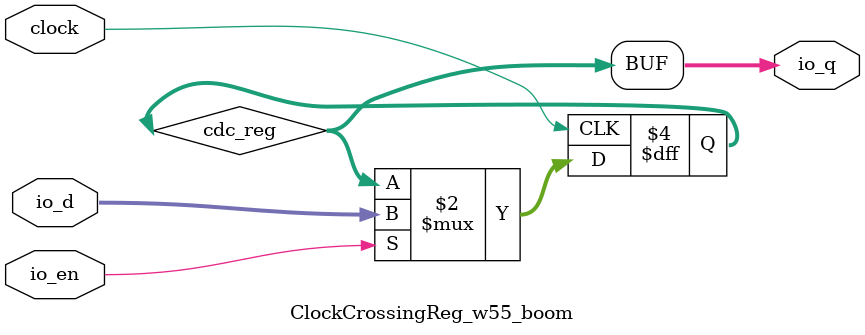
<source format=sv>
`ifndef RANDOMIZE
  `ifdef RANDOMIZE_REG_INIT
    `define RANDOMIZE
  `endif // RANDOMIZE_REG_INIT
`endif // not def RANDOMIZE
`ifndef RANDOMIZE
  `ifdef RANDOMIZE_MEM_INIT
    `define RANDOMIZE
  `endif // RANDOMIZE_MEM_INIT
`endif // not def RANDOMIZE

`ifndef RANDOM
  `define RANDOM $random
`endif // not def RANDOM

// Users can define 'PRINTF_COND' to add an extra gate to prints.
`ifndef PRINTF_COND_
  `ifdef PRINTF_COND
    `define PRINTF_COND_ (`PRINTF_COND)
  `else  // PRINTF_COND
    `define PRINTF_COND_ 1
  `endif // PRINTF_COND
`endif // not def PRINTF_COND_

// Users can define 'ASSERT_VERBOSE_COND' to add an extra gate to assert error printing.
`ifndef ASSERT_VERBOSE_COND_
  `ifdef ASSERT_VERBOSE_COND
    `define ASSERT_VERBOSE_COND_ (`ASSERT_VERBOSE_COND)
  `else  // ASSERT_VERBOSE_COND
    `define ASSERT_VERBOSE_COND_ 1
  `endif // ASSERT_VERBOSE_COND
`endif // not def ASSERT_VERBOSE_COND_

// Users can define 'STOP_COND' to add an extra gate to stop conditions.
`ifndef STOP_COND_
  `ifdef STOP_COND
    `define STOP_COND_ (`STOP_COND)
  `else  // STOP_COND
    `define STOP_COND_ 1
  `endif // STOP_COND
`endif // not def STOP_COND_

// Users can define INIT_RANDOM as general code that gets injected into the
// initializer block for modules with registers.
`ifndef INIT_RANDOM
  `define INIT_RANDOM
`endif // not def INIT_RANDOM

// If using random initialization, you can also define RANDOMIZE_DELAY to
// customize the delay used, otherwise 0.002 is used.
`ifndef RANDOMIZE_DELAY
  `define RANDOMIZE_DELAY 0.002
`endif // not def RANDOMIZE_DELAY

// Define INIT_RANDOM_PROLOG_ for use in our modules below.
`ifndef INIT_RANDOM_PROLOG_
  `ifdef RANDOMIZE
    `ifdef VERILATOR
      `define INIT_RANDOM_PROLOG_ `INIT_RANDOM
    `else  // VERILATOR
      `define INIT_RANDOM_PROLOG_ `INIT_RANDOM #`RANDOMIZE_DELAY begin end
    `endif // VERILATOR
  `else  // RANDOMIZE
    `define INIT_RANDOM_PROLOG_
  `endif // RANDOMIZE
`endif // not def INIT_RANDOM_PROLOG_

module ClockCrossingReg_w55_boom(
  input         clock,
  input  [54:0] io_d,
  input         io_en,
  output [54:0] io_q
);

  reg [54:0] cdc_reg;	// @[Reg.scala:19:16]
  always @(posedge clock) begin
    if (io_en)
      cdc_reg <= io_d;	// @[Reg.scala:19:16]
  end // always @(posedge)
  `ifndef SYNTHESIS
    `ifdef FIRRTL_BEFORE_INITIAL
      `FIRRTL_BEFORE_INITIAL
    `endif // FIRRTL_BEFORE_INITIAL
    logic [31:0] _RANDOM_0;
    logic [31:0] _RANDOM_1;
    initial begin
      `ifdef INIT_RANDOM_PROLOG_
        `INIT_RANDOM_PROLOG_
      `endif // INIT_RANDOM_PROLOG_
      `ifdef RANDOMIZE_REG_INIT
        _RANDOM_0 = `RANDOM;
        _RANDOM_1 = `RANDOM;
        cdc_reg = {_RANDOM_0, _RANDOM_1[22:0]};	// @[Reg.scala:19:16]
      `endif // RANDOMIZE_REG_INIT
    end // initial
    `ifdef FIRRTL_AFTER_INITIAL
      `FIRRTL_AFTER_INITIAL
    `endif // FIRRTL_AFTER_INITIAL
  `endif // not def SYNTHESIS
  assign io_q = cdc_reg;	// @[Reg.scala:19:16]
endmodule


</source>
